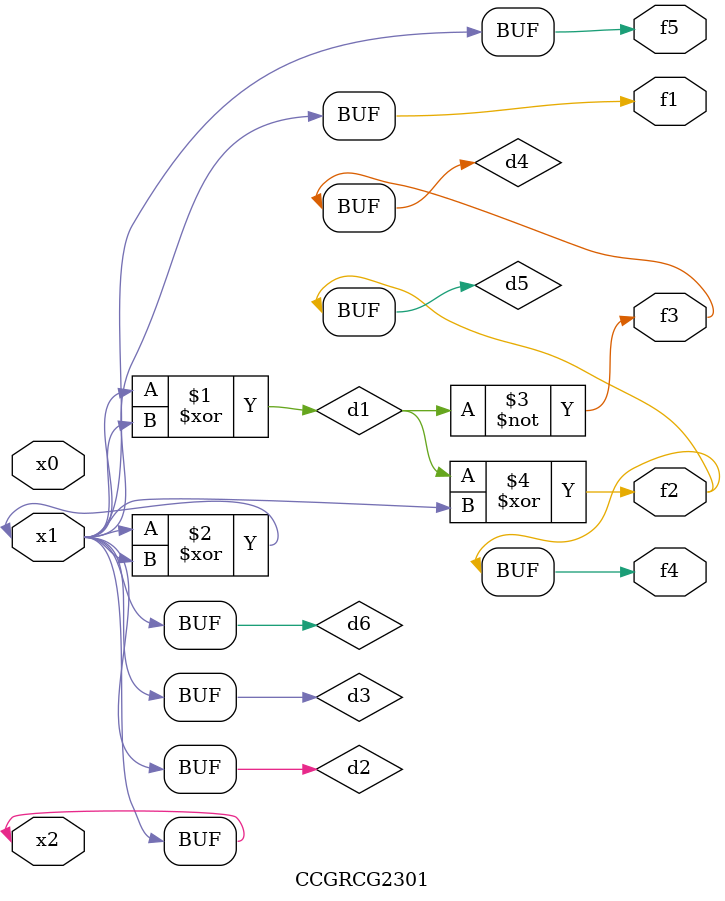
<source format=v>
module CCGRCG2301(
	input x0, x1, x2,
	output f1, f2, f3, f4, f5
);

	wire d1, d2, d3, d4, d5, d6;

	xor (d1, x1, x2);
	buf (d2, x1, x2);
	xor (d3, x1, x2);
	nor (d4, d1);
	xor (d5, d1, d2);
	buf (d6, d2, d3);
	assign f1 = d6;
	assign f2 = d5;
	assign f3 = d4;
	assign f4 = d5;
	assign f5 = d6;
endmodule

</source>
